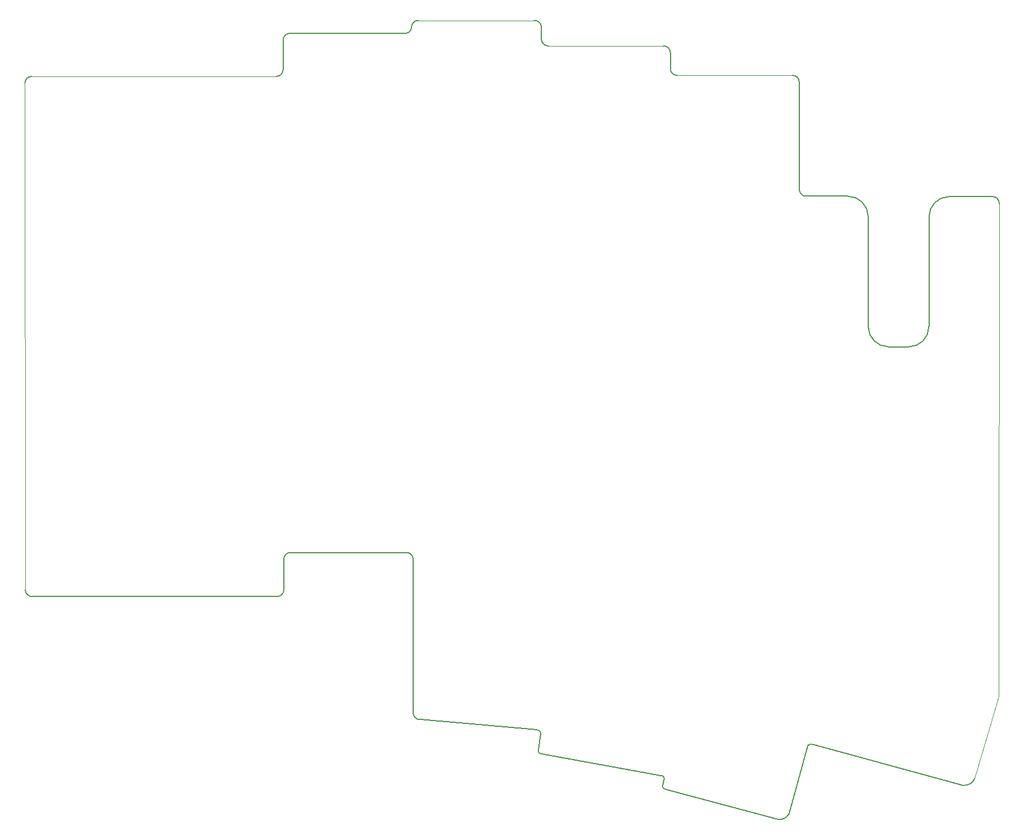
<source format=gm1>
%TF.GenerationSoftware,KiCad,Pcbnew,5.1.10*%
%TF.CreationDate,2021-09-07T21:41:42+02:00*%
%TF.ProjectId,mini,6d696e69-2e6b-4696-9361-645f70636258,rev?*%
%TF.SameCoordinates,Original*%
%TF.FileFunction,Profile,NP*%
%FSLAX46Y46*%
G04 Gerber Fmt 4.6, Leading zero omitted, Abs format (unit mm)*
G04 Created by KiCad (PCBNEW 5.1.10) date 2021-09-07 21:41:42*
%MOMM*%
%LPD*%
G01*
G04 APERTURE LIST*
%TA.AperFunction,Profile*%
%ADD10C,0.150000*%
%TD*%
%TA.AperFunction,Profile*%
%ADD11C,0.100000*%
%TD*%
G04 APERTURE END LIST*
D10*
X213613891Y-156955093D02*
G75*
G02*
X211900000Y-158000000I-1513892J555092D01*
G01*
X149150000Y-149850000D02*
G75*
G02*
X149650000Y-150350000I0J-500000D01*
G01*
X149775000Y-153400000D02*
G75*
G02*
X149275000Y-152900000I0J500000D01*
G01*
X167375000Y-156550000D02*
G75*
G02*
X167875000Y-157050000I0J-500000D01*
G01*
X167575000Y-158100000D02*
X167875000Y-157050000D01*
X168075000Y-158600000D02*
G75*
G02*
X167575000Y-158100000I0J500000D01*
G01*
X149650000Y-150350000D02*
X149275000Y-152900000D01*
X189850000Y-152000000D02*
X211900000Y-158000000D01*
X209850000Y-71250000D02*
X216200000Y-71250000D01*
X187750000Y-54400000D02*
X187750000Y-70200000D01*
X168750000Y-50050000D02*
X168750000Y-52400000D01*
X149750000Y-46300000D02*
X149750000Y-48050000D01*
X148750000Y-45300000D02*
G75*
G02*
X149750000Y-46300000I0J-1000000D01*
G01*
D11*
X110700000Y-53550000D02*
X74650000Y-53550000D01*
X73650000Y-54550000D02*
X73700000Y-129200000D01*
X217100000Y-144900000D02*
X217150000Y-138100000D01*
X217150000Y-138100000D02*
X217200000Y-72250000D01*
X186750000Y-53400000D02*
X169750000Y-53400000D01*
X167750000Y-49050000D02*
X150750000Y-49050000D01*
X148750000Y-45300000D02*
X131600000Y-45300000D01*
D10*
X186202417Y-162245753D02*
X189005590Y-152109148D01*
X189005590Y-152109147D02*
G75*
G02*
X189850000Y-152000000I544410J-890853D01*
G01*
X186202416Y-162245753D02*
G75*
G02*
X184600000Y-163050000I-1402417J795752D01*
G01*
X206850000Y-90400000D02*
G75*
G02*
X203850000Y-93400000I-3000000J0D01*
G01*
X200900000Y-93400000D02*
G75*
G02*
X197900000Y-90400000I0J3000000D01*
G01*
X203850000Y-93400000D02*
X200900000Y-93400000D01*
X206850000Y-74250000D02*
X206850000Y-90400000D01*
X197900000Y-74200000D02*
X197900000Y-90400000D01*
X206850000Y-74250000D02*
G75*
G02*
X209850000Y-71250000I3000000J0D01*
G01*
X194850007Y-71200417D02*
G75*
G02*
X197900000Y-74200000I49993J-2999583D01*
G01*
X131850000Y-148325000D02*
G75*
G02*
X130850000Y-147325000I0J1000000D01*
G01*
X129850000Y-123700000D02*
G75*
G02*
X130850000Y-124700000I0J-1000000D01*
G01*
X111800000Y-124700000D02*
G75*
G02*
X112800000Y-123700000I1000000J0D01*
G01*
X111800000Y-129200000D02*
G75*
G02*
X110800000Y-130200000I-1000000J0D01*
G01*
X111800000Y-124700000D02*
X111800000Y-129200000D01*
X129850000Y-123700000D02*
X112800000Y-123700000D01*
X130850000Y-147325000D02*
X130850000Y-124700000D01*
X168075000Y-158600000D02*
X184600000Y-163050000D01*
X149775000Y-153400000D02*
X167375000Y-156550000D01*
X131850000Y-148325000D02*
X149150000Y-149850000D01*
X74700000Y-130200000D02*
X110800000Y-130200000D01*
X150750000Y-49050000D02*
G75*
G02*
X149750000Y-48050000I0J1000000D01*
G01*
X130602901Y-46345018D02*
G75*
G02*
X129650000Y-47200000I-900405J45018D01*
G01*
X74700000Y-130200000D02*
G75*
G02*
X73700000Y-129200000I0J1000000D01*
G01*
X188750000Y-71200000D02*
G75*
G02*
X187750000Y-70200000I0J1000000D01*
G01*
X188750000Y-71200000D02*
X194850000Y-71200000D01*
X169750000Y-53400000D02*
G75*
G02*
X168750000Y-52400000I0J1000000D01*
G01*
X112700000Y-47200000D02*
X129650000Y-47200000D01*
X111700000Y-52550000D02*
X111700000Y-48200000D01*
X73650000Y-54550000D02*
G75*
G02*
X74650000Y-53550000I1000000J0D01*
G01*
X216200000Y-71250000D02*
G75*
G02*
X217200000Y-72250000I0J-1000000D01*
G01*
X186750000Y-53400000D02*
G75*
G02*
X187750000Y-54400000I0J-1000000D01*
G01*
X167750000Y-49050000D02*
G75*
G02*
X168750000Y-50050000I0J-1000000D01*
G01*
X130601018Y-46345103D02*
G75*
G02*
X131600000Y-45300000I998982J45103D01*
G01*
X111700000Y-48200000D02*
G75*
G02*
X112700000Y-47200000I1000000J0D01*
G01*
X111700000Y-52550000D02*
G75*
G02*
X110700000Y-53550000I-1000000J0D01*
G01*
D11*
X213613891Y-156955093D02*
X217100000Y-144900000D01*
M02*

</source>
